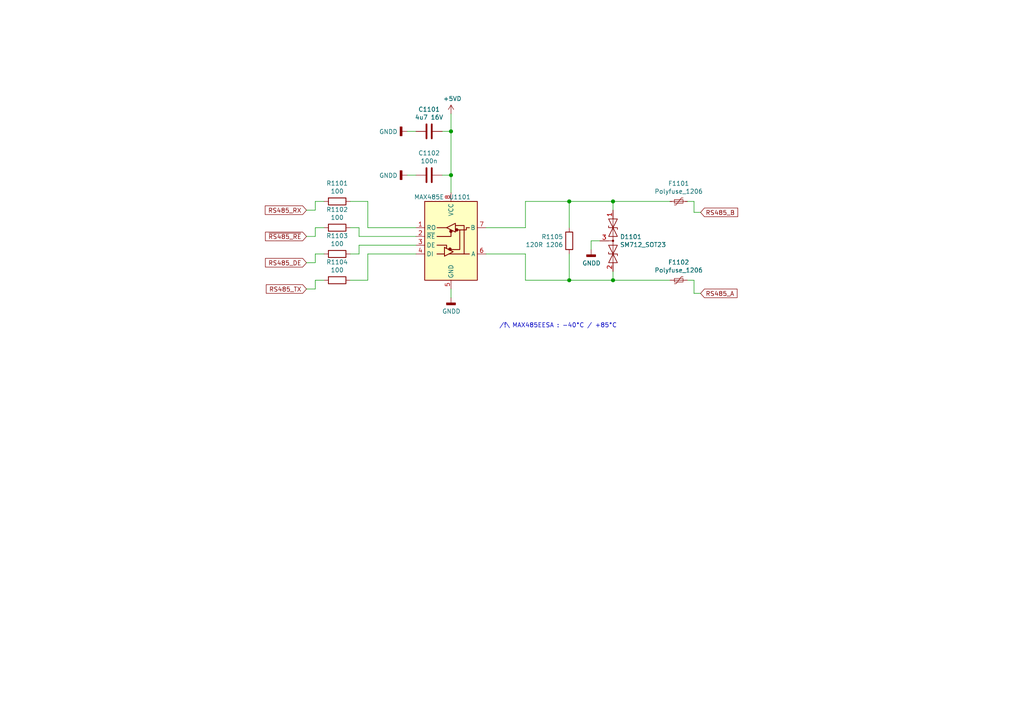
<source format=kicad_sch>
(kicad_sch (version 20211123) (generator eeschema)

  (uuid 692ed311-4b7f-4dca-9be6-60c4a99072f4)

  (paper "A4")

  (lib_symbols
    (symbol "Device:C" (pin_numbers hide) (pin_names (offset 0.254)) (in_bom yes) (on_board yes)
      (property "Reference" "C" (id 0) (at 0.635 2.54 0)
        (effects (font (size 1.27 1.27)) (justify left))
      )
      (property "Value" "C" (id 1) (at 0.635 -2.54 0)
        (effects (font (size 1.27 1.27)) (justify left))
      )
      (property "Footprint" "" (id 2) (at 0.9652 -3.81 0)
        (effects (font (size 1.27 1.27)) hide)
      )
      (property "Datasheet" "~" (id 3) (at 0 0 0)
        (effects (font (size 1.27 1.27)) hide)
      )
      (property "ki_keywords" "cap capacitor" (id 4) (at 0 0 0)
        (effects (font (size 1.27 1.27)) hide)
      )
      (property "ki_description" "Unpolarized capacitor" (id 5) (at 0 0 0)
        (effects (font (size 1.27 1.27)) hide)
      )
      (property "ki_fp_filters" "C_*" (id 6) (at 0 0 0)
        (effects (font (size 1.27 1.27)) hide)
      )
      (symbol "C_0_1"
        (polyline
          (pts
            (xy -2.032 -0.762)
            (xy 2.032 -0.762)
          )
          (stroke (width 0.508) (type default) (color 0 0 0 0))
          (fill (type none))
        )
        (polyline
          (pts
            (xy -2.032 0.762)
            (xy 2.032 0.762)
          )
          (stroke (width 0.508) (type default) (color 0 0 0 0))
          (fill (type none))
        )
      )
      (symbol "C_1_1"
        (pin passive line (at 0 3.81 270) (length 2.794)
          (name "~" (effects (font (size 1.27 1.27))))
          (number "1" (effects (font (size 1.27 1.27))))
        )
        (pin passive line (at 0 -3.81 90) (length 2.794)
          (name "~" (effects (font (size 1.27 1.27))))
          (number "2" (effects (font (size 1.27 1.27))))
        )
      )
    )
    (symbol "Device:Polyfuse_Small" (pin_numbers hide) (pin_names (offset 0)) (in_bom yes) (on_board yes)
      (property "Reference" "F" (id 0) (at -1.905 0 90)
        (effects (font (size 1.27 1.27)))
      )
      (property "Value" "Polyfuse_Small" (id 1) (at 1.905 0 90)
        (effects (font (size 1.27 1.27)))
      )
      (property "Footprint" "" (id 2) (at 1.27 -5.08 0)
        (effects (font (size 1.27 1.27)) (justify left) hide)
      )
      (property "Datasheet" "~" (id 3) (at 0 0 0)
        (effects (font (size 1.27 1.27)) hide)
      )
      (property "ki_keywords" "resettable fuse PTC PPTC polyfuse polyswitch" (id 4) (at 0 0 0)
        (effects (font (size 1.27 1.27)) hide)
      )
      (property "ki_description" "Resettable fuse, polymeric positive temperature coefficient, small symbol" (id 5) (at 0 0 0)
        (effects (font (size 1.27 1.27)) hide)
      )
      (property "ki_fp_filters" "*polyfuse* *PTC*" (id 6) (at 0 0 0)
        (effects (font (size 1.27 1.27)) hide)
      )
      (symbol "Polyfuse_Small_0_1"
        (rectangle (start -0.508 1.27) (end 0.508 -1.27)
          (stroke (width 0) (type default) (color 0 0 0 0))
          (fill (type none))
        )
        (polyline
          (pts
            (xy 0 2.54)
            (xy 0 -2.54)
          )
          (stroke (width 0) (type default) (color 0 0 0 0))
          (fill (type none))
        )
        (polyline
          (pts
            (xy -1.016 1.27)
            (xy -1.016 0.762)
            (xy 1.016 -0.762)
            (xy 1.016 -1.27)
          )
          (stroke (width 0) (type default) (color 0 0 0 0))
          (fill (type none))
        )
      )
      (symbol "Polyfuse_Small_1_1"
        (pin passive line (at 0 2.54 270) (length 0.635)
          (name "~" (effects (font (size 1.27 1.27))))
          (number "1" (effects (font (size 1.27 1.27))))
        )
        (pin passive line (at 0 -2.54 90) (length 0.635)
          (name "~" (effects (font (size 1.27 1.27))))
          (number "2" (effects (font (size 1.27 1.27))))
        )
      )
    )
    (symbol "Device:R" (pin_numbers hide) (pin_names (offset 0)) (in_bom yes) (on_board yes)
      (property "Reference" "R" (id 0) (at 2.032 0 90)
        (effects (font (size 1.27 1.27)))
      )
      (property "Value" "R" (id 1) (at 0 0 90)
        (effects (font (size 1.27 1.27)))
      )
      (property "Footprint" "" (id 2) (at -1.778 0 90)
        (effects (font (size 1.27 1.27)) hide)
      )
      (property "Datasheet" "~" (id 3) (at 0 0 0)
        (effects (font (size 1.27 1.27)) hide)
      )
      (property "ki_keywords" "R res resistor" (id 4) (at 0 0 0)
        (effects (font (size 1.27 1.27)) hide)
      )
      (property "ki_description" "Resistor" (id 5) (at 0 0 0)
        (effects (font (size 1.27 1.27)) hide)
      )
      (property "ki_fp_filters" "R_*" (id 6) (at 0 0 0)
        (effects (font (size 1.27 1.27)) hide)
      )
      (symbol "R_0_1"
        (rectangle (start -1.016 -2.54) (end 1.016 2.54)
          (stroke (width 0.254) (type default) (color 0 0 0 0))
          (fill (type none))
        )
      )
      (symbol "R_1_1"
        (pin passive line (at 0 3.81 270) (length 1.27)
          (name "~" (effects (font (size 1.27 1.27))))
          (number "1" (effects (font (size 1.27 1.27))))
        )
        (pin passive line (at 0 -3.81 90) (length 1.27)
          (name "~" (effects (font (size 1.27 1.27))))
          (number "2" (effects (font (size 1.27 1.27))))
        )
      )
    )
    (symbol "Diode:SM712_SOT23" (pin_names (offset 1.016) hide) (in_bom yes) (on_board yes)
      (property "Reference" "D" (id 0) (at 0 4.445 0)
        (effects (font (size 1.27 1.27)))
      )
      (property "Value" "SM712_SOT23" (id 1) (at 0 2.54 0)
        (effects (font (size 1.27 1.27)))
      )
      (property "Footprint" "Package_TO_SOT_SMD:SOT-23" (id 2) (at 0 -8.89 0)
        (effects (font (size 1.27 1.27)) hide)
      )
      (property "Datasheet" "https://www.littelfuse.com/~/media/electronics/datasheets/tvs_diode_arrays/littelfuse_tvs_diode_array_sm712_datasheet.pdf.pdf" (id 3) (at -3.81 0 0)
        (effects (font (size 1.27 1.27)) hide)
      )
      (property "ki_keywords" "transient voltage suppressor thyrector transil" (id 4) (at 0 0 0)
        (effects (font (size 1.27 1.27)) hide)
      )
      (property "ki_description" "7V/12V, 600W Asymmetrical TVS Diode Array, SOT-23" (id 5) (at 0 0 0)
        (effects (font (size 1.27 1.27)) hide)
      )
      (property "ki_fp_filters" "SOT?23*" (id 6) (at 0 0 0)
        (effects (font (size 1.27 1.27)) hide)
      )
      (symbol "SM712_SOT23_0_0"
        (polyline
          (pts
            (xy 0 -1.27)
            (xy 0 0)
          )
          (stroke (width 0) (type default) (color 0 0 0 0))
          (fill (type none))
        )
      )
      (symbol "SM712_SOT23_0_1"
        (polyline
          (pts
            (xy -6.35 0)
            (xy 6.35 0)
          )
          (stroke (width 0) (type default) (color 0 0 0 0))
          (fill (type none))
        )
        (polyline
          (pts
            (xy -3.302 1.27)
            (xy -3.81 1.27)
            (xy -3.81 -1.27)
            (xy -4.318 -1.27)
          )
          (stroke (width 0.2032) (type default) (color 0 0 0 0))
          (fill (type none))
        )
        (polyline
          (pts
            (xy 4.318 1.27)
            (xy 3.81 1.27)
            (xy 3.81 -1.27)
            (xy 3.302 -1.27)
          )
          (stroke (width 0.2032) (type default) (color 0 0 0 0))
          (fill (type none))
        )
        (polyline
          (pts
            (xy -6.35 -1.27)
            (xy -1.27 1.27)
            (xy -1.27 -1.27)
            (xy -6.35 1.27)
            (xy -6.35 -1.27)
          )
          (stroke (width 0.2032) (type default) (color 0 0 0 0))
          (fill (type none))
        )
        (polyline
          (pts
            (xy 1.27 -1.27)
            (xy 1.27 1.27)
            (xy 6.35 -1.27)
            (xy 6.35 1.27)
            (xy 1.27 -1.27)
          )
          (stroke (width 0.2032) (type default) (color 0 0 0 0))
          (fill (type none))
        )
        (circle (center 0 0) (radius 0.254)
          (stroke (width 0) (type default) (color 0 0 0 0))
          (fill (type outline))
        )
      )
      (symbol "SM712_SOT23_1_1"
        (pin passive line (at -8.89 0 0) (length 2.54)
          (name "A1" (effects (font (size 1.27 1.27))))
          (number "1" (effects (font (size 1.27 1.27))))
        )
        (pin passive line (at 8.89 0 180) (length 2.54)
          (name "A2" (effects (font (size 1.27 1.27))))
          (number "2" (effects (font (size 1.27 1.27))))
        )
        (pin input line (at 0 -3.81 90) (length 2.54)
          (name "common" (effects (font (size 1.27 1.27))))
          (number "3" (effects (font (size 1.27 1.27))))
        )
      )
    )
    (symbol "Interface_UART:MAX485E" (in_bom yes) (on_board yes)
      (property "Reference" "U" (id 0) (at -6.096 11.43 0)
        (effects (font (size 1.27 1.27)))
      )
      (property "Value" "MAX485E" (id 1) (at 0.762 11.43 0)
        (effects (font (size 1.27 1.27)) (justify left))
      )
      (property "Footprint" "" (id 2) (at 0 -17.78 0)
        (effects (font (size 1.27 1.27)) hide)
      )
      (property "Datasheet" "https://datasheets.maximintegrated.com/en/ds/MAX1487E-MAX491E.pdf" (id 3) (at 0 1.27 0)
        (effects (font (size 1.27 1.27)) hide)
      )
      (property "ki_keywords" "Half duplex RS-485/RS-422, 2.5 Mbps, ±15kV electro-static discharge (ESD) protection, no slew-rate, no low-power shutdown, with receiver/driver enable, 32 receiver drive kapacitity, DIP-8 and SOIC-8" (id 4) (at 0 0 0)
        (effects (font (size 1.27 1.27)) hide)
      )
      (property "ki_description" "Half duplex RS-485/RS-422, 2.5 Mbps, ±15kV electro-static discharge (ESD) protection, no slew-rate, no low-power shutdown, with receiver/driver enable, 32 receiver drive kapacitity, DIP-8 and SOIC-8" (id 5) (at 0 0 0)
        (effects (font (size 1.27 1.27)) hide)
      )
      (property "ki_fp_filters" "DIP*W7.62mm* SOIC*3.9x4.9mm*P1.27mm*" (id 6) (at 0 0 0)
        (effects (font (size 1.27 1.27)) hide)
      )
      (symbol "MAX485E_0_1"
        (rectangle (start -7.62 10.16) (end 7.62 -12.7)
          (stroke (width 0.254) (type default) (color 0 0 0 0))
          (fill (type background))
        )
        (circle (center -0.3048 -3.683) (radius 0.3556)
          (stroke (width 0.254) (type default) (color 0 0 0 0))
          (fill (type outline))
        )
        (circle (center -0.0254 1.4986) (radius 0.3556)
          (stroke (width 0.254) (type default) (color 0 0 0 0))
          (fill (type outline))
        )
        (polyline
          (pts
            (xy -4.064 -5.08)
            (xy -1.905 -5.08)
          )
          (stroke (width 0.254) (type default) (color 0 0 0 0))
          (fill (type none))
        )
        (polyline
          (pts
            (xy -4.064 2.54)
            (xy -1.27 2.54)
          )
          (stroke (width 0.254) (type default) (color 0 0 0 0))
          (fill (type none))
        )
        (polyline
          (pts
            (xy -1.27 -3.2004)
            (xy -1.27 -3.4544)
          )
          (stroke (width 0.254) (type default) (color 0 0 0 0))
          (fill (type none))
        )
        (polyline
          (pts
            (xy -0.635 -5.08)
            (xy 5.334 -5.08)
          )
          (stroke (width 0.254) (type default) (color 0 0 0 0))
          (fill (type none))
        )
        (polyline
          (pts
            (xy -4.064 -2.54)
            (xy -1.27 -2.54)
            (xy -1.27 -3.175)
          )
          (stroke (width 0.254) (type default) (color 0 0 0 0))
          (fill (type none))
        )
        (polyline
          (pts
            (xy 0 1.27)
            (xy 0 0)
            (xy -4.064 0)
          )
          (stroke (width 0.254) (type default) (color 0 0 0 0))
          (fill (type none))
        )
        (polyline
          (pts
            (xy 1.27 3.175)
            (xy 3.81 3.175)
            (xy 3.81 -5.08)
          )
          (stroke (width 0.254) (type default) (color 0 0 0 0))
          (fill (type none))
        )
        (polyline
          (pts
            (xy 2.54 1.905)
            (xy 2.54 -3.81)
            (xy 0 -3.81)
          )
          (stroke (width 0.254) (type default) (color 0 0 0 0))
          (fill (type none))
        )
        (polyline
          (pts
            (xy -1.905 -3.175)
            (xy -1.905 -5.715)
            (xy 0.635 -4.445)
            (xy -1.905 -3.175)
          )
          (stroke (width 0.254) (type default) (color 0 0 0 0))
          (fill (type none))
        )
        (polyline
          (pts
            (xy -1.27 2.54)
            (xy 1.27 3.81)
            (xy 1.27 1.27)
            (xy -1.27 2.54)
          )
          (stroke (width 0.254) (type default) (color 0 0 0 0))
          (fill (type none))
        )
        (polyline
          (pts
            (xy 1.905 1.905)
            (xy 4.445 1.905)
            (xy 4.445 2.54)
            (xy 5.334 2.54)
          )
          (stroke (width 0.254) (type default) (color 0 0 0 0))
          (fill (type none))
        )
        (rectangle (start 1.27 3.175) (end 1.27 3.175)
          (stroke (width 0) (type default) (color 0 0 0 0))
          (fill (type none))
        )
        (circle (center 1.651 1.905) (radius 0.3556)
          (stroke (width 0.254) (type default) (color 0 0 0 0))
          (fill (type outline))
        )
      )
      (symbol "MAX485E_1_1"
        (pin output line (at -10.16 2.54 0) (length 2.54)
          (name "RO" (effects (font (size 1.27 1.27))))
          (number "1" (effects (font (size 1.27 1.27))))
        )
        (pin input line (at -10.16 0 0) (length 2.54)
          (name "~{RE}" (effects (font (size 1.27 1.27))))
          (number "2" (effects (font (size 1.27 1.27))))
        )
        (pin input line (at -10.16 -2.54 0) (length 2.54)
          (name "DE" (effects (font (size 1.27 1.27))))
          (number "3" (effects (font (size 1.27 1.27))))
        )
        (pin input line (at -10.16 -5.08 0) (length 2.54)
          (name "DI" (effects (font (size 1.27 1.27))))
          (number "4" (effects (font (size 1.27 1.27))))
        )
        (pin power_in line (at 0 -15.24 90) (length 2.54)
          (name "GND" (effects (font (size 1.27 1.27))))
          (number "5" (effects (font (size 1.27 1.27))))
        )
        (pin bidirectional line (at 10.16 -5.08 180) (length 2.54)
          (name "A" (effects (font (size 1.27 1.27))))
          (number "6" (effects (font (size 1.27 1.27))))
        )
        (pin bidirectional line (at 10.16 2.54 180) (length 2.54)
          (name "B" (effects (font (size 1.27 1.27))))
          (number "7" (effects (font (size 1.27 1.27))))
        )
        (pin power_in line (at 0 12.7 270) (length 2.54)
          (name "VCC" (effects (font (size 1.27 1.27))))
          (number "8" (effects (font (size 1.27 1.27))))
        )
      )
    )
    (symbol "power:+5VD" (power) (pin_names (offset 0)) (in_bom yes) (on_board yes)
      (property "Reference" "#PWR" (id 0) (at 0 -3.81 0)
        (effects (font (size 1.27 1.27)) hide)
      )
      (property "Value" "+5VD" (id 1) (at 0 3.556 0)
        (effects (font (size 1.27 1.27)))
      )
      (property "Footprint" "" (id 2) (at 0 0 0)
        (effects (font (size 1.27 1.27)) hide)
      )
      (property "Datasheet" "" (id 3) (at 0 0 0)
        (effects (font (size 1.27 1.27)) hide)
      )
      (property "ki_keywords" "power-flag" (id 4) (at 0 0 0)
        (effects (font (size 1.27 1.27)) hide)
      )
      (property "ki_description" "Power symbol creates a global label with name \"+5VD\"" (id 5) (at 0 0 0)
        (effects (font (size 1.27 1.27)) hide)
      )
      (symbol "+5VD_0_1"
        (polyline
          (pts
            (xy -0.762 1.27)
            (xy 0 2.54)
          )
          (stroke (width 0) (type default) (color 0 0 0 0))
          (fill (type none))
        )
        (polyline
          (pts
            (xy 0 0)
            (xy 0 2.54)
          )
          (stroke (width 0) (type default) (color 0 0 0 0))
          (fill (type none))
        )
        (polyline
          (pts
            (xy 0 2.54)
            (xy 0.762 1.27)
          )
          (stroke (width 0) (type default) (color 0 0 0 0))
          (fill (type none))
        )
      )
      (symbol "+5VD_1_1"
        (pin power_in line (at 0 0 90) (length 0) hide
          (name "+5VD" (effects (font (size 1.27 1.27))))
          (number "1" (effects (font (size 1.27 1.27))))
        )
      )
    )
    (symbol "power:GNDD" (power) (pin_names (offset 0)) (in_bom yes) (on_board yes)
      (property "Reference" "#PWR" (id 0) (at 0 -6.35 0)
        (effects (font (size 1.27 1.27)) hide)
      )
      (property "Value" "GNDD" (id 1) (at 0 -3.175 0)
        (effects (font (size 1.27 1.27)))
      )
      (property "Footprint" "" (id 2) (at 0 0 0)
        (effects (font (size 1.27 1.27)) hide)
      )
      (property "Datasheet" "" (id 3) (at 0 0 0)
        (effects (font (size 1.27 1.27)) hide)
      )
      (property "ki_keywords" "power-flag" (id 4) (at 0 0 0)
        (effects (font (size 1.27 1.27)) hide)
      )
      (property "ki_description" "Power symbol creates a global label with name \"GNDD\" , digital ground" (id 5) (at 0 0 0)
        (effects (font (size 1.27 1.27)) hide)
      )
      (symbol "GNDD_0_1"
        (rectangle (start -1.27 -1.524) (end 1.27 -2.032)
          (stroke (width 0.254) (type default) (color 0 0 0 0))
          (fill (type outline))
        )
        (polyline
          (pts
            (xy 0 0)
            (xy 0 -1.524)
          )
          (stroke (width 0) (type default) (color 0 0 0 0))
          (fill (type none))
        )
      )
      (symbol "GNDD_1_1"
        (pin power_in line (at 0 0 270) (length 0) hide
          (name "GNDD" (effects (font (size 1.27 1.27))))
          (number "1" (effects (font (size 1.27 1.27))))
        )
      )
    )
  )

  (junction (at 130.81 50.8) (diameter 1.016) (color 0 0 0 0)
    (uuid 0fb612b6-d118-463f-8273-72d16ac7c8f3)
  )
  (junction (at 177.8 81.28) (diameter 1.016) (color 0 0 0 0)
    (uuid 241d45c3-e292-4286-88e2-648d09936352)
  )
  (junction (at 130.81 38.1) (diameter 1.016) (color 0 0 0 0)
    (uuid 3825ef5a-9c20-4da1-b237-0d7cce88677d)
  )
  (junction (at 165.1 58.42) (diameter 1.016) (color 0 0 0 0)
    (uuid 543ccabc-4148-495e-bbf3-b3f2d2fb3d9e)
  )
  (junction (at 165.1 81.28) (diameter 1.016) (color 0 0 0 0)
    (uuid 789fde59-6346-41c4-8bdd-f9aa5fd7f3db)
  )
  (junction (at 177.8 58.42) (diameter 1.016) (color 0 0 0 0)
    (uuid 89e85ee3-bf08-4d94-97ac-77b0e3f043c9)
  )

  (wire (pts (xy 165.1 58.42) (xy 177.8 58.42))
    (stroke (width 0) (type solid) (color 0 0 0 0))
    (uuid 03ca589d-bf82-4d45-a0b8-ef1ef33814db)
  )
  (wire (pts (xy 88.9 76.2) (xy 91.44 76.2))
    (stroke (width 0) (type solid) (color 0 0 0 0))
    (uuid 091b19a7-5bac-4c91-9c6a-4f40c4f1c8b9)
  )
  (wire (pts (xy 91.44 58.42) (xy 93.98 58.42))
    (stroke (width 0) (type solid) (color 0 0 0 0))
    (uuid 0a0561ac-f7ce-4269-8d90-e098bb75226a)
  )
  (wire (pts (xy 88.9 60.96) (xy 91.44 60.96))
    (stroke (width 0) (type solid) (color 0 0 0 0))
    (uuid 0b63f43b-591f-4428-aa0f-4da16fd2cdd1)
  )
  (wire (pts (xy 201.295 61.595) (xy 201.295 58.42))
    (stroke (width 0) (type solid) (color 0 0 0 0))
    (uuid 0d2ff364-87ef-42d6-beeb-c5201a02efa9)
  )
  (wire (pts (xy 203.2 61.595) (xy 201.295 61.595))
    (stroke (width 0) (type solid) (color 0 0 0 0))
    (uuid 0d2ff364-87ef-42d6-beeb-c5201a02efaa)
  )
  (wire (pts (xy 91.44 83.82) (xy 91.44 81.28))
    (stroke (width 0) (type solid) (color 0 0 0 0))
    (uuid 25b9f6b1-3495-4d22-b69f-e9a8c3f78966)
  )
  (wire (pts (xy 177.8 58.42) (xy 194.31 58.42))
    (stroke (width 0) (type solid) (color 0 0 0 0))
    (uuid 28e45830-c161-42e3-8b38-940249423f51)
  )
  (wire (pts (xy 120.65 66.04) (xy 106.68 66.04))
    (stroke (width 0) (type solid) (color 0 0 0 0))
    (uuid 2e48fd75-a385-4696-bacb-ee707a72f6be)
  )
  (wire (pts (xy 152.4 73.66) (xy 140.97 73.66))
    (stroke (width 0) (type solid) (color 0 0 0 0))
    (uuid 325ffba3-a0ab-4f09-a067-fae59a2ce116)
  )
  (wire (pts (xy 91.44 81.28) (xy 93.98 81.28))
    (stroke (width 0) (type solid) (color 0 0 0 0))
    (uuid 361fb61f-4227-4604-8f56-4ec714db86c2)
  )
  (wire (pts (xy 104.14 71.12) (xy 120.65 71.12))
    (stroke (width 0) (type solid) (color 0 0 0 0))
    (uuid 3869739f-b31b-4b05-bade-aa7a455c7d4a)
  )
  (wire (pts (xy 152.4 66.04) (xy 152.4 58.42))
    (stroke (width 0) (type solid) (color 0 0 0 0))
    (uuid 3bd45ae3-5499-4246-9057-8655bfb9fd63)
  )
  (wire (pts (xy 88.9 83.82) (xy 91.44 83.82))
    (stroke (width 0) (type solid) (color 0 0 0 0))
    (uuid 3c67913c-d02e-449c-ba14-c5f0722086fe)
  )
  (wire (pts (xy 120.65 68.58) (xy 104.14 68.58))
    (stroke (width 0) (type solid) (color 0 0 0 0))
    (uuid 4391b4b5-b7d7-4607-8278-23f2335e4ab1)
  )
  (wire (pts (xy 199.39 81.28) (xy 201.295 81.28))
    (stroke (width 0) (type solid) (color 0 0 0 0))
    (uuid 455dbb91-150f-4c95-b412-fc67ffd26e6a)
  )
  (wire (pts (xy 120.65 38.1) (xy 118.11 38.1))
    (stroke (width 0) (type solid) (color 0 0 0 0))
    (uuid 46362704-4786-4755-b286-cc46e0f44c0e)
  )
  (wire (pts (xy 165.1 73.66) (xy 165.1 81.28))
    (stroke (width 0) (type solid) (color 0 0 0 0))
    (uuid 495af33b-b55d-4001-94e8-33e89f22712c)
  )
  (wire (pts (xy 152.4 58.42) (xy 165.1 58.42))
    (stroke (width 0) (type solid) (color 0 0 0 0))
    (uuid 4a779488-6f26-48d4-87f1-28655bfefeb8)
  )
  (wire (pts (xy 130.81 50.8) (xy 130.81 55.88))
    (stroke (width 0) (type solid) (color 0 0 0 0))
    (uuid 4f0a3fe0-f3db-43bb-97d9-0da69bea8408)
  )
  (wire (pts (xy 104.14 66.04) (xy 101.6 66.04))
    (stroke (width 0) (type solid) (color 0 0 0 0))
    (uuid 51cb4b5a-7330-424c-a35b-5cc23145fc29)
  )
  (wire (pts (xy 106.68 81.28) (xy 106.68 73.66))
    (stroke (width 0) (type solid) (color 0 0 0 0))
    (uuid 554a47a5-bfaa-4b5e-ad79-df256816b8f7)
  )
  (wire (pts (xy 104.14 68.58) (xy 104.14 66.04))
    (stroke (width 0) (type solid) (color 0 0 0 0))
    (uuid 56838a02-446f-47bd-baa4-c6d0e03c63af)
  )
  (wire (pts (xy 177.8 81.28) (xy 165.1 81.28))
    (stroke (width 0) (type solid) (color 0 0 0 0))
    (uuid 581aeebd-d152-4a39-9815-e4cdc17b742d)
  )
  (wire (pts (xy 199.39 58.42) (xy 201.295 58.42))
    (stroke (width 0) (type solid) (color 0 0 0 0))
    (uuid 663e0cd3-74f0-47b9-8ecd-9c27321b069a)
  )
  (wire (pts (xy 128.27 38.1) (xy 130.81 38.1))
    (stroke (width 0) (type solid) (color 0 0 0 0))
    (uuid 6ba125d0-c171-45f2-b6e6-faeb20ce40fd)
  )
  (wire (pts (xy 118.11 50.8) (xy 120.65 50.8))
    (stroke (width 0) (type solid) (color 0 0 0 0))
    (uuid 7a954baa-1205-45b6-90dd-1a03ea4f1a9b)
  )
  (wire (pts (xy 130.81 33.02) (xy 130.81 38.1))
    (stroke (width 0) (type solid) (color 0 0 0 0))
    (uuid 813d49c6-b538-48ce-b770-0a39975fe998)
  )
  (wire (pts (xy 88.9 68.58) (xy 91.44 68.58))
    (stroke (width 0) (type solid) (color 0 0 0 0))
    (uuid 86b8a50e-531c-4cd2-9047-6ecf0533c804)
  )
  (wire (pts (xy 91.44 68.58) (xy 91.44 66.04))
    (stroke (width 0) (type solid) (color 0 0 0 0))
    (uuid 876d362c-e65d-4b73-b7a1-94b21321ee0a)
  )
  (wire (pts (xy 130.81 83.82) (xy 130.81 86.36))
    (stroke (width 0) (type solid) (color 0 0 0 0))
    (uuid 8c5e2a76-b12b-4bd2-98f6-bd265963ce46)
  )
  (wire (pts (xy 140.97 66.04) (xy 152.4 66.04))
    (stroke (width 0) (type solid) (color 0 0 0 0))
    (uuid 8e9d1e4a-b43e-41c5-8be8-8f15171038e6)
  )
  (wire (pts (xy 93.98 66.04) (xy 91.44 66.04))
    (stroke (width 0) (type solid) (color 0 0 0 0))
    (uuid 920379f5-138d-4aff-b161-651a404bce4c)
  )
  (wire (pts (xy 130.81 38.1) (xy 130.81 50.8))
    (stroke (width 0) (type solid) (color 0 0 0 0))
    (uuid 93885347-b596-4721-9706-7797bb9cdb69)
  )
  (wire (pts (xy 91.44 73.66) (xy 93.98 73.66))
    (stroke (width 0) (type solid) (color 0 0 0 0))
    (uuid 94f00228-9964-4c75-bfc9-0bb752e2d19c)
  )
  (wire (pts (xy 106.68 66.04) (xy 106.68 58.42))
    (stroke (width 0) (type solid) (color 0 0 0 0))
    (uuid 95e311e1-dee7-432a-b68f-9ab5757cf853)
  )
  (wire (pts (xy 106.68 73.66) (xy 120.65 73.66))
    (stroke (width 0) (type solid) (color 0 0 0 0))
    (uuid a0d8af3d-c609-4731-8a89-00bda35ec4ef)
  )
  (wire (pts (xy 128.27 50.8) (xy 130.81 50.8))
    (stroke (width 0) (type solid) (color 0 0 0 0))
    (uuid a995ac3f-077e-4711-9417-d31301e17e8e)
  )
  (wire (pts (xy 177.8 78.74) (xy 177.8 81.28))
    (stroke (width 0) (type solid) (color 0 0 0 0))
    (uuid ad9a7402-b397-4ef1-9809-c0c69a046d9e)
  )
  (wire (pts (xy 106.68 58.42) (xy 101.6 58.42))
    (stroke (width 0) (type solid) (color 0 0 0 0))
    (uuid adb8c096-2439-4bd2-9c44-da2c268b7fbb)
  )
  (wire (pts (xy 177.8 60.96) (xy 177.8 58.42))
    (stroke (width 0) (type solid) (color 0 0 0 0))
    (uuid b3c6cb99-3b77-4e8b-95c8-d60fde731b68)
  )
  (wire (pts (xy 104.14 73.66) (xy 104.14 71.12))
    (stroke (width 0) (type solid) (color 0 0 0 0))
    (uuid c5da4953-49c9-4461-9fc5-98e41890acf9)
  )
  (wire (pts (xy 165.1 66.04) (xy 165.1 58.42))
    (stroke (width 0) (type solid) (color 0 0 0 0))
    (uuid cb167e50-fde6-49ff-97de-822edd65afab)
  )
  (wire (pts (xy 152.4 81.28) (xy 152.4 73.66))
    (stroke (width 0) (type solid) (color 0 0 0 0))
    (uuid cf9b0027-946b-4d28-90ad-f6ab37ae661f)
  )
  (wire (pts (xy 201.295 85.09) (xy 201.295 81.28))
    (stroke (width 0) (type solid) (color 0 0 0 0))
    (uuid d3d7dcde-476d-408b-8fcb-bfc20a6bca01)
  )
  (wire (pts (xy 203.2 85.09) (xy 201.295 85.09))
    (stroke (width 0) (type solid) (color 0 0 0 0))
    (uuid d3d7dcde-476d-408b-8fcb-bfc20a6bca02)
  )
  (wire (pts (xy 101.6 73.66) (xy 104.14 73.66))
    (stroke (width 0) (type solid) (color 0 0 0 0))
    (uuid d93e3534-f557-4bd9-a3ad-ada2c968f149)
  )
  (wire (pts (xy 171.45 69.85) (xy 171.45 72.39))
    (stroke (width 0) (type solid) (color 0 0 0 0))
    (uuid dad6d51e-b283-48fe-925f-5d1b6b3f895e)
  )
  (wire (pts (xy 165.1 81.28) (xy 152.4 81.28))
    (stroke (width 0) (type solid) (color 0 0 0 0))
    (uuid e564d859-9c63-45d7-96b9-2ac4e9bdc795)
  )
  (wire (pts (xy 91.44 60.96) (xy 91.44 58.42))
    (stroke (width 0) (type solid) (color 0 0 0 0))
    (uuid ec5a40b1-9e12-44b7-a630-6d2530cd8d76)
  )
  (wire (pts (xy 173.99 69.85) (xy 171.45 69.85))
    (stroke (width 0) (type solid) (color 0 0 0 0))
    (uuid f42229f6-934f-4ad5-988a-da8ea31e1f24)
  )
  (wire (pts (xy 91.44 76.2) (xy 91.44 73.66))
    (stroke (width 0) (type solid) (color 0 0 0 0))
    (uuid f5619eec-b75b-4abe-851f-53f08e5dba17)
  )
  (wire (pts (xy 101.6 81.28) (xy 106.68 81.28))
    (stroke (width 0) (type solid) (color 0 0 0 0))
    (uuid fa833c8f-8219-42b9-8c84-aaf0df194f89)
  )
  (wire (pts (xy 177.8 81.28) (xy 194.31 81.28))
    (stroke (width 0) (type solid) (color 0 0 0 0))
    (uuid fdf356ed-99ba-4892-b9cb-c1b3e00d08d4)
  )

  (text "/!\\ MAX485EESA : -40°C / +85°C" (at 144.78 95.25 0)
    (effects (font (size 1.27 1.27)) (justify left bottom))
    (uuid 889ea021-d8b3-400a-b394-a8a28f2599d2)
  )

  (global_label "RS485_B" (shape input) (at 203.2 61.595 0) (fields_autoplaced)
    (effects (font (size 1.27 1.27)) (justify left))
    (uuid 0b5abce4-adb6-40b0-9cbd-e56b4d0ca074)
    (property "Intersheet References" "${INTERSHEET_REFS}" (id 0) (at 213.9588 61.5156 0)
      (effects (font (size 1.27 1.27)) (justify left) hide)
    )
  )
  (global_label "RS485_A" (shape input) (at 203.2 85.09 0) (fields_autoplaced)
    (effects (font (size 1.27 1.27)) (justify left))
    (uuid 1377b624-e2ff-42c4-ba94-214fcb2e5756)
    (property "Intersheet References" "${INTERSHEET_REFS}" (id 0) (at 213.7774 85.0106 0)
      (effects (font (size 1.27 1.27)) (justify left) hide)
    )
  )
  (global_label "RS485_TX" (shape input) (at 88.9 83.82 180)
    (effects (font (size 1.27 1.27)) (justify right))
    (uuid 2f3225ba-405b-44b7-bd8e-decd36a37026)
    (property "Intersheet References" "${INTERSHEET_REFS}" (id 0) (at 89.39 83.7406 0)
      (effects (font (size 1.27 1.27)) (justify left) hide)
    )
  )
  (global_label "RS485_DE" (shape input) (at 88.9 76.2 180)
    (effects (font (size 1.27 1.27)) (justify right))
    (uuid 5ffa2926-ff81-4cac-8beb-3adc676a8869)
    (property "Intersheet References" "${INTERSHEET_REFS}" (id 0) (at 89.6319 76.1206 0)
      (effects (font (size 1.27 1.27)) (justify left) hide)
    )
  )
  (global_label "~{RS485_RE}" (shape input) (at 88.9 68.58 180)
    (effects (font (size 1.27 1.27)) (justify right))
    (uuid 6025812d-a42a-4438-ac46-073dfefe1960)
    (property "Intersheet References" "${INTERSHEET_REFS}" (id 0) (at 89.6319 68.5006 0)
      (effects (font (size 1.27 1.27)) (justify left) hide)
    )
  )
  (global_label "RS485_RX" (shape input) (at 88.9 60.96 180)
    (effects (font (size 1.27 1.27)) (justify right))
    (uuid 6dde0901-e6ad-464c-bcd0-d2afbc9aec0f)
    (property "Intersheet References" "${INTERSHEET_REFS}" (id 0) (at 89.6923 60.8806 0)
      (effects (font (size 1.27 1.27)) (justify left) hide)
    )
  )

  (symbol (lib_id "Interface_UART:MAX485E") (at 130.81 68.58 0) (unit 1)
    (in_bom yes) (on_board yes)
    (uuid 00000000-0000-0000-0000-00006063f493)
    (property "Reference" "U1101" (id 0) (at 133.35 57.15 0))
    (property "Value" "MAX485E" (id 1) (at 124.46 57.15 0))
    (property "Footprint" "Package_SO:SOIC-8_3.9x4.9mm_P1.27mm" (id 2) (at 130.81 86.36 0)
      (effects (font (size 1.27 1.27)) hide)
    )
    (property "Datasheet" "https://datasheets.maximintegrated.com/en/ds/MAX1487E-MAX491E.pdf" (id 3) (at 130.81 67.31 0)
      (effects (font (size 1.27 1.27)) hide)
    )
    (pin "1" (uuid e4450b83-f492-4db0-970f-1f30f7abd6ed))
    (pin "2" (uuid bb00f1e4-6a9e-469d-88be-1eb4b147c6a6))
    (pin "3" (uuid f73d3a08-431a-4d47-a87a-24167b34b823))
    (pin "4" (uuid 30218052-19eb-4cd3-a129-df70e4dc53d2))
    (pin "5" (uuid cf13c572-af7b-41a7-b8fe-a3c3938e7499))
    (pin "6" (uuid 66531598-46ee-437a-887e-c41edefa77d5))
    (pin "7" (uuid ad05ab7e-3d4f-47ea-9c6c-518fddc46b96))
    (pin "8" (uuid b0d4804b-2f60-4ea9-88d4-6847ba8ca357))
  )

  (symbol (lib_id "Diode:SM712_SOT23") (at 177.8 69.85 270) (unit 1)
    (in_bom yes) (on_board yes)
    (uuid 00000000-0000-0000-0000-000060640e26)
    (property "Reference" "D1101" (id 0) (at 179.8066 68.6816 90)
      (effects (font (size 1.27 1.27)) (justify left))
    )
    (property "Value" "SM712_SOT23" (id 1) (at 179.8066 70.993 90)
      (effects (font (size 1.27 1.27)) (justify left))
    )
    (property "Footprint" "Package_TO_SOT_SMD:SOT-23" (id 2) (at 168.91 69.85 0)
      (effects (font (size 1.27 1.27)) hide)
    )
    (property "Datasheet" "https://www.littelfuse.com/~/media/electronics/datasheets/tvs_diode_arrays/littelfuse_tvs_diode_array_sm712_datasheet.pdf.pdf" (id 3) (at 177.8 66.04 0)
      (effects (font (size 1.27 1.27)) hide)
    )
    (pin "1" (uuid fc59ccb4-6653-49f1-bdde-211041332628))
    (pin "2" (uuid 44c4dd5c-58b1-4941-9147-d3cfa7b9a9fd))
    (pin "3" (uuid 1691b68d-ed0f-4190-8f09-9ad6ebe19640))
  )

  (symbol (lib_id "Device:R") (at 165.1 69.85 0) (mirror x) (unit 1)
    (in_bom yes) (on_board yes)
    (uuid 00000000-0000-0000-0000-000060641fbc)
    (property "Reference" "R1105" (id 0) (at 163.3474 68.6816 0)
      (effects (font (size 1.27 1.27)) (justify right))
    )
    (property "Value" "120R 1206" (id 1) (at 163.3474 70.993 0)
      (effects (font (size 1.27 1.27)) (justify right))
    )
    (property "Footprint" "Resistor_SMD:R_1206_3216Metric" (id 2) (at 163.322 69.85 90)
      (effects (font (size 1.27 1.27)) hide)
    )
    (property "Datasheet" "~" (id 3) (at 165.1 69.85 0)
      (effects (font (size 1.27 1.27)) hide)
    )
    (pin "1" (uuid 11c69fa8-63d6-44f4-a635-c12b73565c52))
    (pin "2" (uuid cebb6e9a-8cf1-4e7d-a39f-102b55811e4f))
  )

  (symbol (lib_id "power:GNDD") (at 171.45 72.39 0) (unit 1)
    (in_bom yes) (on_board yes)
    (uuid 00000000-0000-0000-0000-0000606454b8)
    (property "Reference" "#PWR01105" (id 0) (at 171.45 78.74 0)
      (effects (font (size 1.27 1.27)) hide)
    )
    (property "Value" "GNDD" (id 1) (at 171.5516 76.327 0))
    (property "Footprint" "" (id 2) (at 171.45 72.39 0)
      (effects (font (size 1.27 1.27)) hide)
    )
    (property "Datasheet" "" (id 3) (at 171.45 72.39 0)
      (effects (font (size 1.27 1.27)) hide)
    )
    (pin "1" (uuid 0e57ae19-9c5c-413a-9bbd-b143030b95c1))
  )

  (symbol (lib_id "Device:C") (at 124.46 50.8 270) (unit 1)
    (in_bom yes) (on_board yes)
    (uuid 00000000-0000-0000-0000-000060648459)
    (property "Reference" "C1102" (id 0) (at 124.46 44.3992 90))
    (property "Value" "100n" (id 1) (at 124.46 46.7106 90))
    (property "Footprint" "Capacitor_SMD:C_0603_1608Metric" (id 2) (at 120.65 51.7652 0)
      (effects (font (size 1.27 1.27)) hide)
    )
    (property "Datasheet" "~" (id 3) (at 124.46 50.8 0)
      (effects (font (size 1.27 1.27)) hide)
    )
    (pin "1" (uuid fb1dcf72-df88-4e9c-9a11-729fd3c5bd17))
    (pin "2" (uuid 24d23ae7-8753-426d-b854-8ec653feffd9))
  )

  (symbol (lib_id "power:+5VD") (at 130.81 33.02 0) (unit 1)
    (in_bom yes) (on_board yes)
    (uuid 00000000-0000-0000-0000-000060649c9b)
    (property "Reference" "#PWR01103" (id 0) (at 130.81 36.83 0)
      (effects (font (size 1.27 1.27)) hide)
    )
    (property "Value" "+5VD" (id 1) (at 131.191 28.6258 0))
    (property "Footprint" "" (id 2) (at 130.81 33.02 0)
      (effects (font (size 1.27 1.27)) hide)
    )
    (property "Datasheet" "" (id 3) (at 130.81 33.02 0)
      (effects (font (size 1.27 1.27)) hide)
    )
    (pin "1" (uuid 2b6d8bf0-d1be-4e83-9577-ca5b71445075))
  )

  (symbol (lib_id "power:GNDD") (at 118.11 38.1 270) (unit 1)
    (in_bom yes) (on_board yes)
    (uuid 00000000-0000-0000-0000-00006064b453)
    (property "Reference" "#PWR01101" (id 0) (at 111.76 38.1 0)
      (effects (font (size 1.27 1.27)) hide)
    )
    (property "Value" "GNDD" (id 1) (at 115.316 38.2016 90)
      (effects (font (size 1.27 1.27)) (justify right))
    )
    (property "Footprint" "" (id 2) (at 118.11 38.1 0)
      (effects (font (size 1.27 1.27)) hide)
    )
    (property "Datasheet" "" (id 3) (at 118.11 38.1 0)
      (effects (font (size 1.27 1.27)) hide)
    )
    (pin "1" (uuid 34c828d0-bcea-462b-ba93-59e7dde97063))
  )

  (symbol (lib_id "power:GNDD") (at 118.11 50.8 270) (unit 1)
    (in_bom yes) (on_board yes)
    (uuid 00000000-0000-0000-0000-00006064be0a)
    (property "Reference" "#PWR01102" (id 0) (at 111.76 50.8 0)
      (effects (font (size 1.27 1.27)) hide)
    )
    (property "Value" "GNDD" (id 1) (at 115.316 50.9016 90)
      (effects (font (size 1.27 1.27)) (justify right))
    )
    (property "Footprint" "" (id 2) (at 118.11 50.8 0)
      (effects (font (size 1.27 1.27)) hide)
    )
    (property "Datasheet" "" (id 3) (at 118.11 50.8 0)
      (effects (font (size 1.27 1.27)) hide)
    )
    (pin "1" (uuid 00b515f9-f110-4acd-8cc4-2a0a1ca48393))
  )

  (symbol (lib_id "power:GNDD") (at 130.81 86.36 0) (unit 1)
    (in_bom yes) (on_board yes)
    (uuid 00000000-0000-0000-0000-00006064c9ae)
    (property "Reference" "#PWR01104" (id 0) (at 130.81 92.71 0)
      (effects (font (size 1.27 1.27)) hide)
    )
    (property "Value" "GNDD" (id 1) (at 130.9116 90.297 0))
    (property "Footprint" "" (id 2) (at 130.81 86.36 0)
      (effects (font (size 1.27 1.27)) hide)
    )
    (property "Datasheet" "" (id 3) (at 130.81 86.36 0)
      (effects (font (size 1.27 1.27)) hide)
    )
    (pin "1" (uuid 06467b22-6e02-4d09-99cc-84db47e9d64b))
  )

  (symbol (lib_id "Device:R") (at 97.79 58.42 270) (unit 1)
    (in_bom yes) (on_board yes)
    (uuid 00000000-0000-0000-0000-00006064dc33)
    (property "Reference" "R1101" (id 0) (at 97.79 53.1622 90))
    (property "Value" "100" (id 1) (at 97.79 55.4736 90))
    (property "Footprint" "Resistor_SMD:R_0603_1608Metric" (id 2) (at 97.79 56.642 90)
      (effects (font (size 1.27 1.27)) hide)
    )
    (property "Datasheet" "~" (id 3) (at 97.79 58.42 0)
      (effects (font (size 1.27 1.27)) hide)
    )
    (pin "1" (uuid 1c445864-bce4-4cb8-ab03-2a72deb2d1ea))
    (pin "2" (uuid 8244f0a6-7e35-4e50-ace0-67ee666fe592))
  )

  (symbol (lib_id "Device:R") (at 97.79 66.04 270) (unit 1)
    (in_bom yes) (on_board yes)
    (uuid 00000000-0000-0000-0000-00006064f38b)
    (property "Reference" "R1102" (id 0) (at 97.79 60.7822 90))
    (property "Value" "100" (id 1) (at 97.79 63.0936 90))
    (property "Footprint" "Resistor_SMD:R_0603_1608Metric" (id 2) (at 97.79 64.262 90)
      (effects (font (size 1.27 1.27)) hide)
    )
    (property "Datasheet" "~" (id 3) (at 97.79 66.04 0)
      (effects (font (size 1.27 1.27)) hide)
    )
    (pin "1" (uuid a2f9d08c-b317-426f-b5e2-dc042cb0042d))
    (pin "2" (uuid 778ca996-877b-49d9-9666-0c10e7cc3c6c))
  )

  (symbol (lib_id "Device:R") (at 97.79 73.66 270) (unit 1)
    (in_bom yes) (on_board yes)
    (uuid 00000000-0000-0000-0000-00006064f73d)
    (property "Reference" "R1103" (id 0) (at 97.79 68.4022 90))
    (property "Value" "100" (id 1) (at 97.79 70.7136 90))
    (property "Footprint" "Resistor_SMD:R_0603_1608Metric" (id 2) (at 97.79 71.882 90)
      (effects (font (size 1.27 1.27)) hide)
    )
    (property "Datasheet" "~" (id 3) (at 97.79 73.66 0)
      (effects (font (size 1.27 1.27)) hide)
    )
    (pin "1" (uuid 7698272c-9e5f-43f1-ba28-304e9e4afab5))
    (pin "2" (uuid ec8b6f74-8ef1-4ae7-b313-addef7a8266b))
  )

  (symbol (lib_id "Device:R") (at 97.79 81.28 270) (unit 1)
    (in_bom yes) (on_board yes)
    (uuid 00000000-0000-0000-0000-00006064fb13)
    (property "Reference" "R1104" (id 0) (at 97.79 76.0222 90))
    (property "Value" "100" (id 1) (at 97.79 78.3336 90))
    (property "Footprint" "Resistor_SMD:R_0603_1608Metric" (id 2) (at 97.79 79.502 90)
      (effects (font (size 1.27 1.27)) hide)
    )
    (property "Datasheet" "~" (id 3) (at 97.79 81.28 0)
      (effects (font (size 1.27 1.27)) hide)
    )
    (pin "1" (uuid c98c6a87-787f-4f94-9fad-577ab14c3a0c))
    (pin "2" (uuid e4d61314-6ca2-4bcf-9e4e-998ae9e900a2))
  )

  (symbol (lib_id "Device:Polyfuse_Small") (at 196.85 58.42 270) (unit 1)
    (in_bom yes) (on_board yes)
    (uuid 00000000-0000-0000-0000-000060657bad)
    (property "Reference" "F1101" (id 0) (at 196.85 53.213 90))
    (property "Value" "Polyfuse_1206" (id 1) (at 196.85 55.5244 90))
    (property "Footprint" "Fuse:Fuse_1206_3216Metric" (id 2) (at 191.77 59.69 0)
      (effects (font (size 1.27 1.27)) (justify left) hide)
    )
    (property "Datasheet" "~" (id 3) (at 196.85 58.42 0)
      (effects (font (size 1.27 1.27)) hide)
    )
    (pin "1" (uuid bff91555-b24e-4c55-8fa8-b5dcb7dc1534))
    (pin "2" (uuid 1bb92258-c5b9-4f63-8335-a06fb9fe02e6))
  )

  (symbol (lib_id "Device:Polyfuse_Small") (at 196.85 81.28 270) (unit 1)
    (in_bom yes) (on_board yes)
    (uuid 00000000-0000-0000-0000-00006065918c)
    (property "Reference" "F1102" (id 0) (at 196.85 76.073 90))
    (property "Value" "Polyfuse_1206" (id 1) (at 196.85 78.3844 90))
    (property "Footprint" "Fuse:Fuse_1206_3216Metric" (id 2) (at 191.77 82.55 0)
      (effects (font (size 1.27 1.27)) (justify left) hide)
    )
    (property "Datasheet" "~" (id 3) (at 196.85 81.28 0)
      (effects (font (size 1.27 1.27)) hide)
    )
    (pin "1" (uuid 45a4fc87-c320-49fa-b86d-6d36a0cf18cc))
    (pin "2" (uuid 60d039b9-d4d6-4a06-95ec-ba3606cc8089))
  )

  (symbol (lib_id "Device:C") (at 124.46 38.1 90) (unit 1)
    (in_bom yes) (on_board yes)
    (uuid 921100c4-db8b-4c15-850e-01e965b7863f)
    (property "Reference" "C1101" (id 0) (at 124.46 31.7308 90))
    (property "Value" "4u7 16V" (id 1) (at 124.46 34.03 90))
    (property "Footprint" "Capacitor_SMD:C_0805_2012Metric" (id 2) (at 128.27 37.1348 0)
      (effects (font (size 1.27 1.27)) hide)
    )
    (property "Datasheet" "~" (id 3) (at 124.46 38.1 0)
      (effects (font (size 1.27 1.27)) hide)
    )
    (pin "1" (uuid 085c5131-015c-4acc-97ef-b52c6251afa8))
    (pin "2" (uuid 45eac83a-cbec-44f7-be77-740b983d0e6e))
  )
)

</source>
